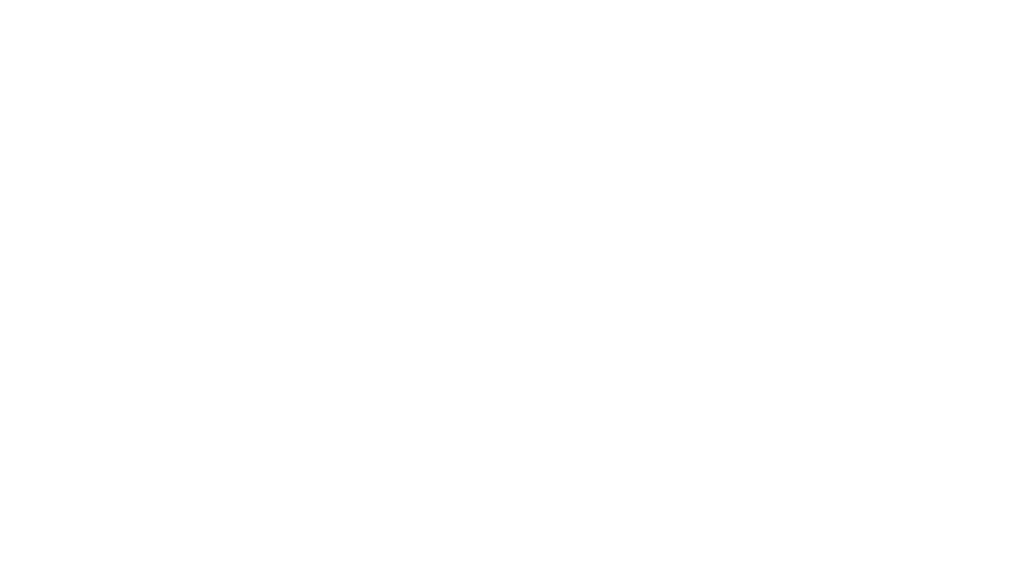
<source format=kicad_pcb>
(kicad_pcb (version 4) (host pcbnew 4.0.6)

  (general
    (links 0)
    (no_connects 0)
    (area 21.199999 25.979999 331.387501 189.200001)
    (thickness 1.6)
    (drawings 150)
    (tracks 0)
    (zones 0)
    (modules 0)
    (nets 1)
  )

  (page USLetter)
  (layers
    (0 F.Cu signal)
    (31 B.Cu signal)
    (32 B.Adhes user)
    (33 F.Adhes user)
    (34 B.Paste user)
    (35 F.Paste user)
    (36 B.SilkS user)
    (37 F.SilkS user)
    (38 B.Mask user)
    (39 F.Mask user)
    (40 Dwgs.User user)
    (41 Cmts.User user)
    (42 Eco1.User user)
    (43 Eco2.User user)
    (44 Edge.Cuts user)
    (45 Margin user)
    (46 B.CrtYd user)
    (47 F.CrtYd user)
    (48 B.Fab user)
    (49 F.Fab user)
  )

  (setup
    (last_trace_width 0.25)
    (trace_clearance 0.2)
    (zone_clearance 0.508)
    (zone_45_only no)
    (trace_min 0.2)
    (segment_width 0.2)
    (edge_width 0.15)
    (via_size 0.6)
    (via_drill 0.4)
    (via_min_size 0.4)
    (via_min_drill 0.3)
    (uvia_size 0.3)
    (uvia_drill 0.1)
    (uvias_allowed no)
    (uvia_min_size 0.2)
    (uvia_min_drill 0.1)
    (pcb_text_width 0.3)
    (pcb_text_size 1.5 1.5)
    (mod_edge_width 0.15)
    (mod_text_size 1 1)
    (mod_text_width 0.15)
    (pad_size 1.524 1.524)
    (pad_drill 0.762)
    (pad_to_mask_clearance 0.2)
    (aux_axis_origin 0 0)
    (visible_elements 7FFFFFFF)
    (pcbplotparams
      (layerselection 0x20000_00000000)
      (usegerberextensions false)
      (excludeedgelayer true)
      (linewidth 0.100000)
      (plotframeref false)
      (viasonmask false)
      (mode 1)
      (useauxorigin false)
      (hpglpennumber 1)
      (hpglpenspeed 20)
      (hpglpendiameter 15)
      (hpglpenoverlay 2)
      (psnegative false)
      (psa4output false)
      (plotreference true)
      (plotvalue true)
      (plotinvisibletext false)
      (padsonsilk false)
      (subtractmaskfromsilk false)
      (outputformat 4)
      (mirror false)
      (drillshape 0)
      (scaleselection 1)
      (outputdirectory ""))
  )

  (net 0 "")

  (net_class Default "This is the default net class."
    (clearance 0.2)
    (trace_width 0.25)
    (via_dia 0.6)
    (via_drill 0.4)
    (uvia_dia 0.3)
    (uvia_drill 0.1)
  )

  (gr_line (start 320.0375 182.16) (end 332.9375 182.16) (layer F.Fab) (width 0.2) (tstamp 59C9C9E8))
  (gr_line (start 286.7 182.16) (end 299.6 182.16) (layer F.Fab) (width 0.2) (tstamp 59C9C9E7))
  (gr_line (start 253.3625 182.16) (end 266.2625 182.16) (layer F.Fab) (width 0.2) (tstamp 59C9C9E6))
  (gr_line (start 220.025 182.16) (end 232.925 182.16) (layer F.Fab) (width 0.2) (tstamp 59C9C9E5))
  (gr_line (start 186.6875 182.16) (end 199.5875 182.16) (layer F.Fab) (width 0.2) (tstamp 59C9C9E4))
  (gr_line (start 153.35 182.16) (end 166.25 182.16) (layer F.Fab) (width 0.2) (tstamp 59C9C9E3))
  (gr_line (start 120.0125 182.16) (end 132.9125 182.16) (layer F.Fab) (width 0.2) (tstamp 59C9C9E2))
  (gr_line (start 86.675 182.16) (end 99.575 182.16) (layer F.Fab) (width 0.2) (tstamp 59C9C9E1))
  (gr_line (start 53.3375 182.16) (end 66.2375 182.16) (layer F.Fab) (width 0.2) (tstamp 59C9C9E0))
  (gr_line (start 20 182.16) (end 32.9 182.16) (layer F.Fab) (width 0.2) (tstamp 59C9C9DF))
  (gr_line (start 320.0375 142.16) (end 332.9375 142.16) (layer F.Fab) (width 0.2) (tstamp 59C9C9DE))
  (gr_line (start 286.7 142.16) (end 299.6 142.16) (layer F.Fab) (width 0.2) (tstamp 59C9C9DD))
  (gr_line (start 253.3625 142.16) (end 266.2625 142.16) (layer F.Fab) (width 0.2) (tstamp 59C9C9DC))
  (gr_line (start 220.025 142.16) (end 232.925 142.16) (layer F.Fab) (width 0.2) (tstamp 59C9C9DB))
  (gr_line (start 186.6875 142.16) (end 199.5875 142.16) (layer F.Fab) (width 0.2) (tstamp 59C9C9DA))
  (gr_line (start 153.35 142.16) (end 166.25 142.16) (layer F.Fab) (width 0.2) (tstamp 59C9C9D9))
  (gr_line (start 120.0125 142.16) (end 132.9125 142.16) (layer F.Fab) (width 0.2) (tstamp 59C9C9D8))
  (gr_line (start 86.675 142.16) (end 99.575 142.16) (layer F.Fab) (width 0.2) (tstamp 59C9C9D7))
  (gr_line (start 53.3375 142.16) (end 66.2375 142.16) (layer F.Fab) (width 0.2) (tstamp 59C9C9D6))
  (gr_line (start 20 142.16) (end 32.9 142.16) (layer F.Fab) (width 0.2) (tstamp 59C9C9D5))
  (gr_line (start 320.0375 102.16) (end 332.9375 102.16) (layer F.Fab) (width 0.2) (tstamp 59C9C9D4))
  (gr_line (start 286.7 102.16) (end 299.6 102.16) (layer F.Fab) (width 0.2) (tstamp 59C9C9D3))
  (gr_line (start 253.3625 102.16) (end 266.2625 102.16) (layer F.Fab) (width 0.2) (tstamp 59C9C9D2))
  (gr_line (start 220.025 102.16) (end 232.925 102.16) (layer F.Fab) (width 0.2) (tstamp 59C9C9D1))
  (gr_line (start 186.6875 102.16) (end 199.5875 102.16) (layer F.Fab) (width 0.2) (tstamp 59C9C9D0))
  (gr_line (start 153.35 102.16) (end 166.25 102.16) (layer F.Fab) (width 0.2) (tstamp 59C9C9CF))
  (gr_line (start 120.0125 102.16) (end 132.9125 102.16) (layer F.Fab) (width 0.2) (tstamp 59C9C9CE))
  (gr_line (start 86.675 102.16) (end 99.575 102.16) (layer F.Fab) (width 0.2) (tstamp 59C9C9CD))
  (gr_line (start 53.3375 102.16) (end 66.2375 102.16) (layer F.Fab) (width 0.2) (tstamp 59C9C9CC))
  (gr_line (start 20 102.16) (end 32.9 102.16) (layer F.Fab) (width 0.2) (tstamp 59C9C9CB))
  (gr_line (start 320.0375 62.16) (end 332.9375 62.16) (layer F.Fab) (width 0.2) (tstamp 59C9C9CA))
  (gr_line (start 286.7 62.16) (end 299.6 62.16) (layer F.Fab) (width 0.2) (tstamp 59C9C9C9))
  (gr_line (start 253.3625 62.16) (end 266.2625 62.16) (layer F.Fab) (width 0.2) (tstamp 59C9C9C8))
  (gr_line (start 220.025 62.16) (end 232.925 62.16) (layer F.Fab) (width 0.2) (tstamp 59C9C9C7))
  (gr_line (start 186.6875 62.16) (end 199.5875 62.16) (layer F.Fab) (width 0.2) (tstamp 59C9C9C6))
  (gr_line (start 153.35 62.16) (end 166.25 62.16) (layer F.Fab) (width 0.2) (tstamp 59C9C9C5))
  (gr_line (start 120.0125 62.16) (end 132.9125 62.16) (layer F.Fab) (width 0.2) (tstamp 59C9C9C4))
  (gr_line (start 86.675 62.16) (end 99.575 62.16) (layer F.Fab) (width 0.2) (tstamp 59C9C9C3))
  (gr_line (start 53.3375 62.16) (end 66.2375 62.16) (layer F.Fab) (width 0.2) (tstamp 59C9C9C2))
  (gr_line (start 20 62.16) (end 32.9 62.16) (layer F.Fab) (width 0.2) (tstamp 59C9C9C1))
  (gr_line (start 320.0375 22.16) (end 332.9375 22.16) (layer F.Fab) (width 0.2) (tstamp 59C9C9C0))
  (gr_line (start 286.7 22.16) (end 299.6 22.16) (layer F.Fab) (width 0.2) (tstamp 59C9C9BF))
  (gr_line (start 253.3625 22.16) (end 266.2625 22.16) (layer F.Fab) (width 0.2) (tstamp 59C9C9BE))
  (gr_line (start 220.025 22.16) (end 232.925 22.16) (layer F.Fab) (width 0.2) (tstamp 59C9C9BD))
  (gr_line (start 186.6875 22.16) (end 199.5875 22.16) (layer F.Fab) (width 0.2) (tstamp 59C9C9BC))
  (gr_line (start 153.35 22.16) (end 166.25 22.16) (layer F.Fab) (width 0.2) (tstamp 59C9C9BB))
  (gr_line (start 120.0125 22.16) (end 132.9125 22.16) (layer F.Fab) (width 0.2) (tstamp 59C9C9BA))
  (gr_line (start 86.675 22.16) (end 99.575 22.16) (layer F.Fab) (width 0.2) (tstamp 59C9C9B9))
  (gr_line (start 53.3375 22.16) (end 66.2375 22.16) (layer F.Fab) (width 0.2) (tstamp 59C9C9B8))
  (gr_circle (center 322.8375 197.6) (end 322.8375 199.1) (layer F.Fab) (width 0.2) (tstamp 59C9C9B7))
  (gr_circle (center 289.5 197.6) (end 289.5 199.1) (layer F.Fab) (width 0.2) (tstamp 59C9C9B6))
  (gr_circle (center 256.1625 197.6) (end 256.1625 199.1) (layer F.Fab) (width 0.2) (tstamp 59C9C9B5))
  (gr_circle (center 222.825 197.6) (end 222.825 199.1) (layer F.Fab) (width 0.2) (tstamp 59C9C9B4))
  (gr_circle (center 189.4875 197.6) (end 189.4875 199.1) (layer F.Fab) (width 0.2) (tstamp 59C9C9B3))
  (gr_circle (center 156.15 197.6) (end 156.15 199.1) (layer F.Fab) (width 0.2) (tstamp 59C9C9B2))
  (gr_circle (center 122.8125 197.6) (end 122.8125 199.1) (layer F.Fab) (width 0.2) (tstamp 59C9C9B1))
  (gr_circle (center 89.475 197.6) (end 89.475 199.1) (layer F.Fab) (width 0.2) (tstamp 59C9C9B0))
  (gr_circle (center 56.1375 197.6) (end 56.1375 199.1) (layer F.Fab) (width 0.2) (tstamp 59C9C9AF))
  (gr_circle (center 22.8 197.6) (end 22.8 199.1) (layer F.Fab) (width 0.2) (tstamp 59C9C9AE))
  (gr_circle (center 322.8375 157.6) (end 322.8375 159.1) (layer F.Fab) (width 0.2) (tstamp 59C9C9AD))
  (gr_circle (center 289.5 157.6) (end 289.5 159.1) (layer F.Fab) (width 0.2) (tstamp 59C9C9AC))
  (gr_circle (center 256.1625 157.6) (end 256.1625 159.1) (layer F.Fab) (width 0.2) (tstamp 59C9C9AB))
  (gr_circle (center 222.825 157.6) (end 222.825 159.1) (layer F.Fab) (width 0.2) (tstamp 59C9C9AA))
  (gr_circle (center 189.4875 157.6) (end 189.4875 159.1) (layer F.Fab) (width 0.2) (tstamp 59C9C9A9))
  (gr_circle (center 156.15 157.6) (end 156.15 159.1) (layer F.Fab) (width 0.2) (tstamp 59C9C9A8))
  (gr_circle (center 122.8125 157.6) (end 122.8125 159.1) (layer F.Fab) (width 0.2) (tstamp 59C9C9A7))
  (gr_circle (center 89.475 157.6) (end 89.475 159.1) (layer F.Fab) (width 0.2) (tstamp 59C9C9A6))
  (gr_circle (center 56.1375 157.6) (end 56.1375 159.1) (layer F.Fab) (width 0.2) (tstamp 59C9C9A5))
  (gr_circle (center 22.8 157.6) (end 22.8 159.1) (layer F.Fab) (width 0.2) (tstamp 59C9C9A4))
  (gr_circle (center 322.8375 117.6) (end 322.8375 119.1) (layer F.Fab) (width 0.2) (tstamp 59C9C9A3))
  (gr_circle (center 289.5 117.6) (end 289.5 119.1) (layer F.Fab) (width 0.2) (tstamp 59C9C9A2))
  (gr_circle (center 256.1625 117.6) (end 256.1625 119.1) (layer F.Fab) (width 0.2) (tstamp 59C9C9A1))
  (gr_circle (center 222.825 117.6) (end 222.825 119.1) (layer F.Fab) (width 0.2) (tstamp 59C9C9A0))
  (gr_circle (center 189.4875 117.6) (end 189.4875 119.1) (layer F.Fab) (width 0.2) (tstamp 59C9C99F))
  (gr_circle (center 156.15 117.6) (end 156.15 119.1) (layer F.Fab) (width 0.2) (tstamp 59C9C99E))
  (gr_circle (center 122.8125 117.6) (end 122.8125 119.1) (layer F.Fab) (width 0.2) (tstamp 59C9C99D))
  (gr_circle (center 89.475 117.6) (end 89.475 119.1) (layer F.Fab) (width 0.2) (tstamp 59C9C99C))
  (gr_circle (center 56.1375 117.6) (end 56.1375 119.1) (layer F.Fab) (width 0.2) (tstamp 59C9C99B))
  (gr_circle (center 22.8 117.6) (end 22.8 119.1) (layer F.Fab) (width 0.2) (tstamp 59C9C99A))
  (gr_circle (center 322.8375 77.6) (end 322.8375 79.1) (layer F.Fab) (width 0.2) (tstamp 59C9C999))
  (gr_circle (center 289.5 77.6) (end 289.5 79.1) (layer F.Fab) (width 0.2) (tstamp 59C9C998))
  (gr_circle (center 256.1625 77.6) (end 256.1625 79.1) (layer F.Fab) (width 0.2) (tstamp 59C9C997))
  (gr_circle (center 222.825 77.6) (end 222.825 79.1) (layer F.Fab) (width 0.2) (tstamp 59C9C996))
  (gr_circle (center 189.4875 77.6) (end 189.4875 79.1) (layer F.Fab) (width 0.2) (tstamp 59C9C995))
  (gr_circle (center 156.15 77.6) (end 156.15 79.1) (layer F.Fab) (width 0.2) (tstamp 59C9C994))
  (gr_circle (center 122.8125 77.6) (end 122.8125 79.1) (layer F.Fab) (width 0.2) (tstamp 59C9C993))
  (gr_circle (center 89.475 77.6) (end 89.475 79.1) (layer F.Fab) (width 0.2) (tstamp 59C9C992))
  (gr_circle (center 56.1375 77.6) (end 56.1375 79.1) (layer F.Fab) (width 0.2) (tstamp 59C9C991))
  (gr_circle (center 22.8 77.6) (end 22.8 79.1) (layer F.Fab) (width 0.2) (tstamp 59C9C990))
  (gr_circle (center 322.8375 37.6) (end 322.8375 39.1) (layer F.Fab) (width 0.2) (tstamp 59C9C98F))
  (gr_circle (center 289.5 37.6) (end 289.5 39.1) (layer F.Fab) (width 0.2) (tstamp 59C9C98E))
  (gr_circle (center 256.1625 37.6) (end 256.1625 39.1) (layer F.Fab) (width 0.2) (tstamp 59C9C98D))
  (gr_circle (center 222.825 37.6) (end 222.825 39.1) (layer F.Fab) (width 0.2) (tstamp 59C9C98C))
  (gr_circle (center 189.4875 37.6) (end 189.4875 39.1) (layer F.Fab) (width 0.2) (tstamp 59C9C98B))
  (gr_circle (center 156.15 37.6) (end 156.15 39.1) (layer F.Fab) (width 0.2) (tstamp 59C9C98A))
  (gr_circle (center 122.8125 37.6) (end 122.8125 39.1) (layer F.Fab) (width 0.2) (tstamp 59C9C989))
  (gr_circle (center 89.475 37.6) (end 89.475 39.1) (layer F.Fab) (width 0.2) (tstamp 59C9C988))
  (gr_circle (center 56.1375 37.6) (end 56.1375 39.1) (layer F.Fab) (width 0.2) (tstamp 59C9C987))
  (gr_circle (center 329.7875 187.58) (end 329.7875 186.08) (layer F.Fab) (width 0.2) (tstamp 59C9C986))
  (gr_circle (center 296.45 187.58) (end 296.45 186.08) (layer F.Fab) (width 0.2) (tstamp 59C9C985))
  (gr_circle (center 263.1125 187.58) (end 263.1125 186.08) (layer F.Fab) (width 0.2) (tstamp 59C9C984))
  (gr_circle (center 229.775 187.58) (end 229.775 186.08) (layer F.Fab) (width 0.2) (tstamp 59C9C983))
  (gr_circle (center 196.4375 187.58) (end 196.4375 186.08) (layer F.Fab) (width 0.2) (tstamp 59C9C982))
  (gr_circle (center 163.1 187.58) (end 163.1 186.08) (layer F.Fab) (width 0.2) (tstamp 59C9C981))
  (gr_circle (center 129.7625 187.58) (end 129.7625 186.08) (layer F.Fab) (width 0.2) (tstamp 59C9C980))
  (gr_circle (center 96.425 187.58) (end 96.425 186.08) (layer F.Fab) (width 0.2) (tstamp 59C9C97F))
  (gr_circle (center 63.0875 187.58) (end 63.0875 186.08) (layer F.Fab) (width 0.2) (tstamp 59C9C97E))
  (gr_circle (center 29.75 187.58) (end 29.75 186.08) (layer F.Fab) (width 0.2) (tstamp 59C9C97D))
  (gr_circle (center 329.7875 147.58) (end 329.7875 146.08) (layer F.Fab) (width 0.2) (tstamp 59C9C97C))
  (gr_circle (center 296.45 147.58) (end 296.45 146.08) (layer F.Fab) (width 0.2) (tstamp 59C9C97B))
  (gr_circle (center 263.1125 147.58) (end 263.1125 146.08) (layer F.Fab) (width 0.2) (tstamp 59C9C97A))
  (gr_circle (center 229.775 147.58) (end 229.775 146.08) (layer F.Fab) (width 0.2) (tstamp 59C9C979))
  (gr_circle (center 196.4375 147.58) (end 196.4375 146.08) (layer F.Fab) (width 0.2) (tstamp 59C9C978))
  (gr_circle (center 163.1 147.58) (end 163.1 146.08) (layer F.Fab) (width 0.2) (tstamp 59C9C977))
  (gr_circle (center 129.7625 147.58) (end 129.7625 146.08) (layer F.Fab) (width 0.2) (tstamp 59C9C976))
  (gr_circle (center 96.425 147.58) (end 96.425 146.08) (layer F.Fab) (width 0.2) (tstamp 59C9C975))
  (gr_circle (center 63.0875 147.58) (end 63.0875 146.08) (layer F.Fab) (width 0.2) (tstamp 59C9C974))
  (gr_circle (center 29.75 147.58) (end 29.75 146.08) (layer F.Fab) (width 0.2) (tstamp 59C9C973))
  (gr_circle (center 329.7875 107.58) (end 329.7875 106.08) (layer F.Fab) (width 0.2) (tstamp 59C9C972))
  (gr_circle (center 296.45 107.58) (end 296.45 106.08) (layer F.Fab) (width 0.2) (tstamp 59C9C971))
  (gr_circle (center 263.1125 107.58) (end 263.1125 106.08) (layer F.Fab) (width 0.2) (tstamp 59C9C970))
  (gr_circle (center 229.775 107.58) (end 229.775 106.08) (layer F.Fab) (width 0.2) (tstamp 59C9C96F))
  (gr_circle (center 196.4375 107.58) (end 196.4375 106.08) (layer F.Fab) (width 0.2) (tstamp 59C9C96E))
  (gr_circle (center 163.1 107.58) (end 163.1 106.08) (layer F.Fab) (width 0.2) (tstamp 59C9C96D))
  (gr_circle (center 129.7625 107.58) (end 129.7625 106.08) (layer F.Fab) (width 0.2) (tstamp 59C9C96C))
  (gr_circle (center 96.425 107.58) (end 96.425 106.08) (layer F.Fab) (width 0.2) (tstamp 59C9C96B))
  (gr_circle (center 63.0875 107.58) (end 63.0875 106.08) (layer F.Fab) (width 0.2) (tstamp 59C9C96A))
  (gr_circle (center 29.75 107.58) (end 29.75 106.08) (layer F.Fab) (width 0.2) (tstamp 59C9C969))
  (gr_circle (center 329.7875 67.58) (end 329.7875 66.08) (layer F.Fab) (width 0.2) (tstamp 59C9C968))
  (gr_circle (center 296.45 67.58) (end 296.45 66.08) (layer F.Fab) (width 0.2) (tstamp 59C9C967))
  (gr_circle (center 263.1125 67.58) (end 263.1125 66.08) (layer F.Fab) (width 0.2) (tstamp 59C9C966))
  (gr_circle (center 229.775 67.58) (end 229.775 66.08) (layer F.Fab) (width 0.2) (tstamp 59C9C965))
  (gr_circle (center 196.4375 67.58) (end 196.4375 66.08) (layer F.Fab) (width 0.2) (tstamp 59C9C964))
  (gr_circle (center 163.1 67.58) (end 163.1 66.08) (layer F.Fab) (width 0.2) (tstamp 59C9C963))
  (gr_circle (center 129.7625 67.58) (end 129.7625 66.08) (layer F.Fab) (width 0.2) (tstamp 59C9C962))
  (gr_circle (center 96.425 67.58) (end 96.425 66.08) (layer F.Fab) (width 0.2) (tstamp 59C9C961))
  (gr_circle (center 63.0875 67.58) (end 63.0875 66.08) (layer F.Fab) (width 0.2) (tstamp 59C9C960))
  (gr_circle (center 29.75 67.58) (end 29.75 66.08) (layer F.Fab) (width 0.2) (tstamp 59C9C95F))
  (gr_circle (center 329.7875 27.58) (end 329.7875 26.08) (layer F.Fab) (width 0.2) (tstamp 59C9C95E))
  (gr_circle (center 296.45 27.58) (end 296.45 26.08) (layer F.Fab) (width 0.2) (tstamp 59C9C95D))
  (gr_circle (center 263.1125 27.58) (end 263.1125 26.08) (layer F.Fab) (width 0.2) (tstamp 59C9C95C))
  (gr_circle (center 229.775 27.58) (end 229.775 26.08) (layer F.Fab) (width 0.2) (tstamp 59C9C95B))
  (gr_circle (center 196.4375 27.58) (end 196.4375 26.08) (layer F.Fab) (width 0.2) (tstamp 59C9C95A))
  (gr_circle (center 163.1 27.58) (end 163.1 26.08) (layer F.Fab) (width 0.2) (tstamp 59C9C959))
  (gr_circle (center 129.7625 27.58) (end 129.7625 26.08) (layer F.Fab) (width 0.2) (tstamp 59C9C958))
  (gr_circle (center 96.425 27.58) (end 96.425 26.08) (layer F.Fab) (width 0.2) (tstamp 59C9C957))
  (gr_circle (center 63.0875 27.58) (end 63.0875 26.08) (layer F.Fab) (width 0.2) (tstamp 59C9C956))
  (gr_line (start 20 22.16) (end 32.9 22.16) (layer F.Fab) (width 0.2))
  (gr_circle (center 29.75 27.58) (end 29.75 26.08) (layer F.Fab) (width 0.2))
  (gr_circle (center 22.8 37.6) (end 22.8 39.1) (layer F.Fab) (width 0.2))

)

</source>
